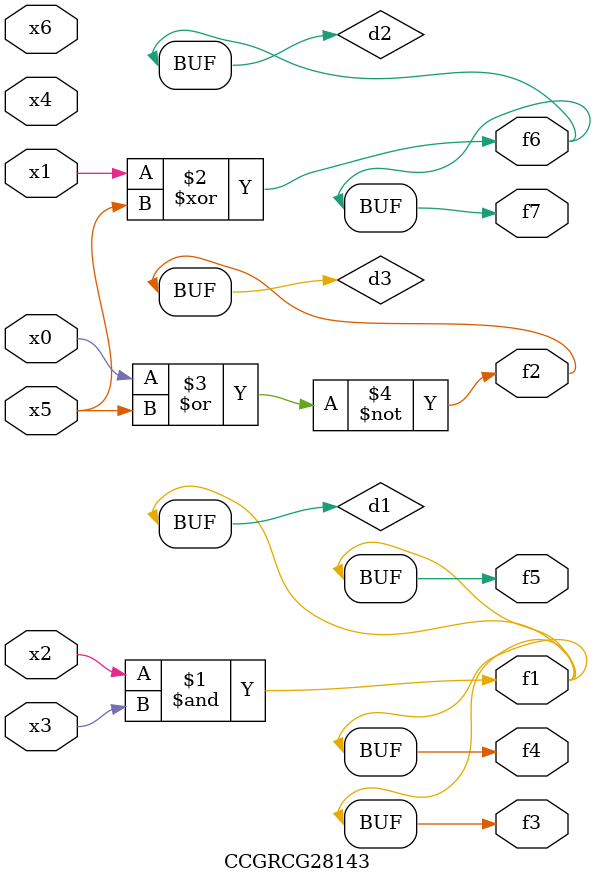
<source format=v>
module CCGRCG28143(
	input x0, x1, x2, x3, x4, x5, x6,
	output f1, f2, f3, f4, f5, f6, f7
);

	wire d1, d2, d3;

	and (d1, x2, x3);
	xor (d2, x1, x5);
	nor (d3, x0, x5);
	assign f1 = d1;
	assign f2 = d3;
	assign f3 = d1;
	assign f4 = d1;
	assign f5 = d1;
	assign f6 = d2;
	assign f7 = d2;
endmodule

</source>
